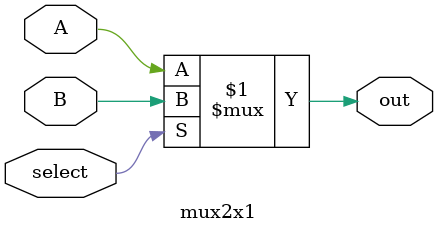
<source format=v>
module mux2x1(
	input wire select, 
	input wire A, B, 
	output wire out
	);
	assign out = select ? B : A;
endmodule


</source>
